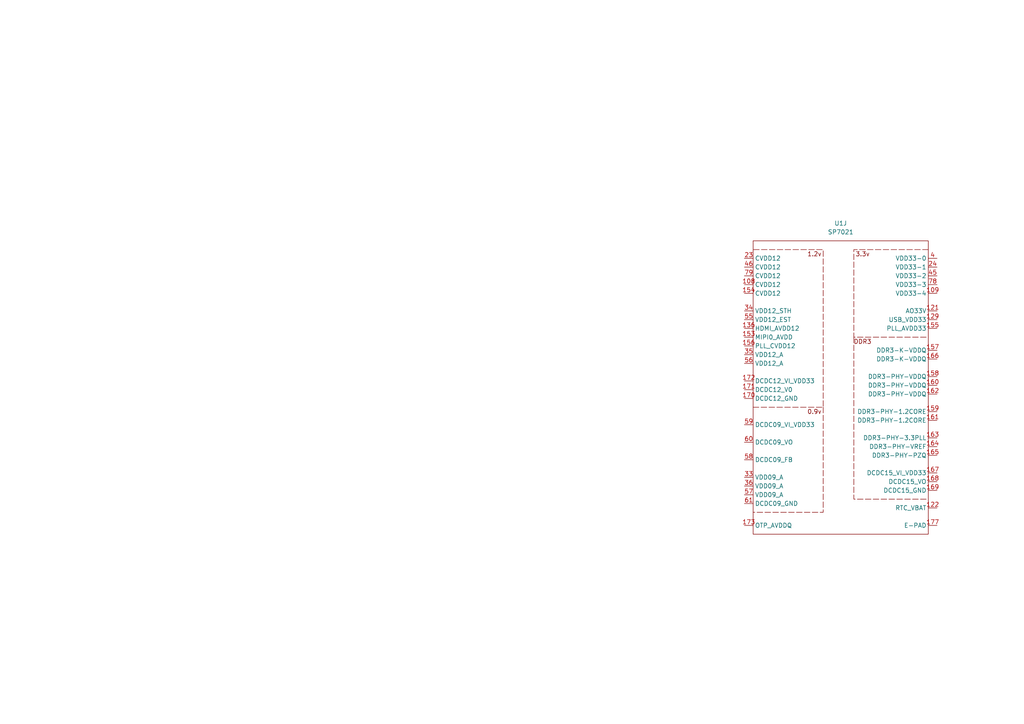
<source format=kicad_sch>
(kicad_sch (version 20231120) (generator "eeschema") (generator_version "8.0")
  (paper "A4")
  (lib_symbols
    (symbol "sp7021:SP7021"
      (property "Reference" "U" (at 0 0 0))
      (property "Value" "SP7021" (at -6.35 12.7 0))
      (symbol "SP7021_1_1"
        (rectangle (start 10.16 11.43) (end -10.16 -11.43))
        (pin input line (at 12.7 1.27 180) (length 2.54) (name "GPIO_P0_03") (number "1"))
        (pin input line (at 12.7 8.89 180) (length 2.54) (name "GPIO_P0_00") (number "174"))
        (pin input line (at 12.7 6.35 180) (length 2.54) (name "GPIO_P0_01") (number "175"))
        (pin input line (at 12.7 3.81 180) (length 2.54) (name "GPIO_P0_02") (number "176"))
        (pin input line (at 12.7 -1.27 180) (length 2.54) (name "GPIO_P0_04") (number "2"))
        (pin input line (at 12.7 -3.81 180) (length 2.54) (name "GPIO_P0_05") (number "3"))
        (pin input line (at 12.7 -6.35 180) (length 2.54) (name "GPIO_P0_06") (number "4"))
        (pin input line (at 12.7 -8.89 180) (length 2.54) (name "GPIO_P0_07") (number "5"))
      )
      (symbol "SP7021_2_1"
        (rectangle (start 10.16 11.43) (end -10.16 -11.43))
        (pin input line (at 12.7 1.27 180) (length 2.54) (name "GPIO_P1_03") (number "10"))
        (pin input line (at 12.7 -1.27 180) (length 2.54) (name "GPIO_P1_04") (number "11"))
        (pin input line (at 12.7 -3.81 180) (length 2.54) (name "GPIO_P1_05") (number "12"))
        (pin input line (at 12.7 -6.35 180) (length 2.54) (name "GPIO_P1_06") (number "13"))
        (pin input line (at 12.7 -8.89 180) (length 2.54) (name "GPIO_P1_07") (number "14"))
        (pin input line (at 12.7 8.89 180) (length 2.54) (name "GPIO_P1_00") (number "7"))
        (pin input line (at 12.7 6.35 180) (length 2.54) (name "GPIO_P1_01") (number "8"))
        (pin input line (at 12.7 3.81 180) (length 2.54) (name "GPIO_P1_02") (number "9"))
      )
      (symbol "SP7021_3_1"
        (rectangle (start 10.16 11.43) (end -10.16 -11.43))
        (pin input line (at 12.7 8.89 180) (length 2.54) (name "GPIO_P2_00") (number "15"))
        (pin input line (at 12.7 6.35 180) (length 2.54) (name "GPIO_P2_01") (number "16"))
        (pin input line (at 12.7 3.81 180) (length 2.54) (name "GPIO_P2_02") (number "17"))
        (pin input line (at 12.7 1.27 180) (length 2.54) (name "GPIO_P2_03") (number "18"))
        (pin input line (at 12.7 -1.27 180) (length 2.54) (name "GPIO_P2_04") (number "19"))
        (pin input line (at 12.7 -3.81 180) (length 2.54) (name "GPIO_P2_05") (number "20"))
        (pin input line (at 12.7 -6.35 180) (length 2.54) (name "GPIO_P2_06") (number "21"))
        (pin input line (at 12.7 -8.89 180) (length 2.54) (name "GPIO_P2_07") (number "22"))
      )
      (symbol "SP7021_4_1"
        (rectangle (start 10.16 11.43) (end -10.16 -11.43))
        (pin input line (at 12.7 8.89 180) (length 2.54) (name "GPIO_P3_00") (number "25"))
        (pin input line (at 12.7 6.35 180) (length 2.54) (name "GPIO_P3_01") (number "26"))
        (pin input line (at 12.7 3.81 180) (length 2.54) (name "GPIO_P3_02") (number "27"))
        (pin input line (at 12.7 1.27 180) (length 2.54) (name "GPIO_P3_03") (number "28"))
        (pin input line (at 12.7 -1.27 180) (length 2.54) (name "GPIO_P3_04") (number "29"))
        (pin input line (at 12.7 -3.81 180) (length 2.54) (name "GPIO_P3_05") (number "30"))
        (pin input line (at 12.7 -6.35 180) (length 2.54) (name "GPIO_P3_06") (number "31"))
        (pin input line (at 12.7 -8.89 180) (length 2.54) (name "GPIO_P3_07") (number "32"))
      )
      (symbol "SP7021_5_1"
        (rectangle (start 10.16 11.43) (end -10.16 -11.43))
        (pin input line (at 12.7 8.89 180) (length 2.54) (name "GPIO_P4_00") (number "37"))
        (pin input line (at 12.7 6.35 180) (length 2.54) (name "GPIO_P4_01") (number "38"))
        (pin input line (at 12.7 3.81 180) (length 2.54) (name "GPIO_P4_02") (number "39"))
        (pin input line (at 12.7 1.27 180) (length 2.54) (name "GPIO_P4_03") (number "40"))
        (pin input line (at 12.7 -1.27 180) (length 2.54) (name "GPIO_P4_04") (number "41"))
        (pin input line (at 12.7 -3.81 180) (length 2.54) (name "GPIO_P4_05") (number "42"))
        (pin input line (at 12.7 -6.35 180) (length 2.54) (name "GPIO_P4_06") (number "43"))
        (pin input line (at 12.7 -8.89 180) (length 2.54) (name "GPIO_P4_07") (number "44"))
      )
      (symbol "SP7021_6_1"
        (rectangle (start 10.16 11.43) (end -10.16 -11.43))
        (pin input line (at 12.7 8.89 180) (length 2.54) (name "GPIO_P5_00") (number "47"))
        (pin input line (at 12.7 6.35 180) (length 2.54) (name "GPIO_P5_01") (number "48"))
        (pin input line (at 12.7 3.81 180) (length 2.54) (name "GPIO_P5_02") (number "49"))
        (pin input line (at 12.7 1.27 180) (length 2.54) (name "GPIO_P5_03") (number "50"))
        (pin input line (at 12.7 -1.27 180) (length 2.54) (name "GPIO_P5_04") (number "51"))
        (pin input line (at 12.7 -3.81 180) (length 2.54) (name "GPIO_P5_05") (number "52"))
        (pin input line (at 12.7 -6.35 180) (length 2.54) (name "GPIO_P5_06") (number "53"))
        (pin input line (at 12.7 -8.89 180) (length 2.54) (name "GPIO_P5_07") (number "54"))
      )
      (symbol "SP7021_7_1"
        (rectangle (start 10.16 11.43) (end -10.16 -11.43))
        (pin input line (at 12.7 8.89 180) (length 2.54) (name "GPIO_P6_00") (number "62"))
        (pin input line (at 12.7 6.35 180) (length 2.54) (name "GPIO_P6_01") (number "63"))
        (pin input line (at 12.7 3.81 180) (length 2.54) (name "GPIO_P6_02") (number "64"))
        (pin input line (at 12.7 1.27 180) (length 2.54) (name "GPIO_P6_03") (number "65"))
        (pin input line (at 12.7 -1.27 180) (length 2.54) (name "GPIO_P6_04") (number "66"))
        (pin input line (at 12.7 -3.81 180) (length 2.54) (name "GPIO_P6_05") (number "67"))
        (pin input line (at 12.7 -6.35 180) (length 2.54) (name "GPIO_P6_06") (number "68"))
        (pin input line (at 12.7 -8.89 180) (length 2.54) (name "GPIO_P6_07") (number "69"))
      )
      (symbol "SP7021_8_1"
        (rectangle (start -10.16 11.43) (end 10.16 -11.43))
        (pin input line (at 12.7 8.89 180) (length 2.54) (name "GPIO_P7_00") (number "70"))
        (pin input line (at 12.7 6.35 180) (length 2.54) (name "GPIO_P7_01") (number "71"))
        (pin input line (at 12.7 3.81 180) (length 2.54) (name "GPIO_P7_02") (number "72"))
        (pin input line (at 12.7 1.27 180) (length 2.54) (name "GPIO_P7_03") (number "73"))
        (pin input line (at 12.7 -1.27 180) (length 2.54) (name "GPIO_P7_04") (number "74"))
        (pin input line (at 12.7 -3.81 180) (length 2.54) (name "GPIO_P7_05") (number "75"))
        (pin input line (at 12.7 -6.35 180) (length 2.54) (name "GPIO_P7_06") (number "76"))
        (pin input line (at 12.7 -8.89 180) (length 2.54) (name "GPIO_P7_07") (number "77"))
      )
      (symbol "SP7021_9_1"
        (rectangle (start 10.16 11.43) (end -10.16 -11.43))
        (pin bidirectional line (at 12.7 8.89 180) (length 2.54) (name "GPIO_P8_00") (number "80"))
        (pin bidirectional line (at 12.7 6.35 180) (length 2.54) (name "GPIO_P8_01") (number "81"))
        (pin bidirectional line (at 12.7 3.81 180) (length 2.54) (name "GPIO_P8_02") (number "82"))
        (pin bidirectional line (at 12.7 1.27 180) (length 2.54) (name "GPIO_P8_03") (number "83"))
        (pin bidirectional line (at 12.7 -1.27 180) (length 2.54) (name "GPIO_P8_04") (number "84"))
        (pin bidirectional line (at 12.7 -3.81 180) (length 2.54) (name "GPIO_P8_05") (number "85"))
        (pin bidirectional line (at 12.7 -6.35 180) (length 2.54) (name "GPIO_P8_06") (number "86"))
        (pin bidirectional line (at 12.7 -8.89 180) (length 2.54) (name "GPIO_P8_07") (number "87"))
      )
      (symbol "SP7021_10_1"
        (rectangle (start -25.4 34.29) (end 25.4 -50.8))
        (polyline (pts (xy -5.08 -13.97) (xy -5.08 -44.45) (xy -25.4 -44.45)) (stroke (width 0) (type dash)))
        (polyline (pts (xy 3.81 6.35) (xy 3.81 -40.64) (xy 25.4 -40.64)) (stroke (width 0) (type dash)))
        (polyline (pts (xy -25.4 -13.97) (xy -5.08 -13.97) (xy -5.08 31.75) (xy -25.4 31.75)) (stroke (width 0) (type dash)))
        (polyline (pts (xy 25.4 31.75) (xy 3.81 31.75) (xy 3.81 6.35) (xy 25.4 6.35)) (stroke (width 0) (type dash)))
        (text "0.9v" (at -7.62 -15.24 0) (effects (font (size 1.27 1.27))))
        (text "1.2v" (at -7.62 30.48 0) (effects (font (size 1.27 1.27))))
        (text "3.3v" (at 6.35 30.48 0) (effects (font (size 1.27 1.27))))
        (text "DDR3" (at 6.35 5.08 0) (effects (font (size 1.27 1.27))))
        (pin input line (at -27.94 21.59 0) (length 2.54) (name "CVDD12") (number "108"))
        (pin input line (at 27.94 19.05 180) (length 2.54) (name "VDD33-4") (number "109"))
        (pin input line (at 27.94 13.97 180) (length 2.54) (name "AO33V") (number "121"))
        (pin input line (at 27.94 -43.18 180) (length 2.54) (name "RTC_VBAT") (number "122"))
        (pin input line (at 27.94 11.43 180) (length 2.54) (name "USB_VDD33") (number "129"))
        (pin input line (at -27.94 8.89 0) (length 2.54) (name "HDMI_AVDD12") (number "136"))
        (pin input line (at -27.94 6.35 0) (length 2.54) (name "MIPI0_AVDD") (number "153"))
        (pin input line (at -27.94 19.05 0) (length 2.54) (name "CVDD12") (number "154"))
        (pin input line (at 27.94 8.89 180) (length 2.54) (name "PLL_AVDD33") (number "155"))
        (pin input line (at -27.94 3.81 0) (length 2.54) (name "PLL_CVDD12") (number "156"))
        (pin input line (at 27.94 2.54 180) (length 2.54) (name "DDR3-K-VDDQ") (number "157"))
        (pin input line (at 27.94 -5.08 180) (length 2.54) (name "DDR3-PHY-VDDQ") (number "158"))
        (pin input line (at 27.94 -15.24 180) (length 2.54) (name "DDR3-PHY-1.2CORE") (number "159"))
        (pin input line (at 27.94 -7.62 180) (length 2.54) (name "DDR3-PHY-VDDQ") (number "160"))
        (pin input line (at 27.94 -17.78 180) (length 2.54) (name "DDR3-PHY-1.2CORE") (number "161"))
        (pin input line (at 27.94 -10.16 180) (length 2.54) (name "DDR3-PHY-VDDQ") (number "162"))
        (pin input line (at 27.94 -22.86 180) (length 2.54) (name "DDR3-PHY-3.3PLL") (number "163"))
        (pin input line (at 27.94 -25.4 180) (length 2.54) (name "DDR3-PHY-VREF") (number "164"))
        (pin input line (at 27.94 -27.94 180) (length 2.54) (name "DDR3-PHY-PZQ") (number "165"))
        (pin input line (at 27.94 0 180) (length 2.54) (name "DDR3-K-VDDQ") (number "166"))
        (pin input line (at 27.94 -33.02 180) (length 2.54) (name "DCDC15_VI_VDD33") (number "167"))
        (pin input line (at 27.94 -35.56 180) (length 2.54) (name "DCDC15_VO") (number "168"))
        (pin input line (at 27.94 -38.1 180) (length 2.54) (name "DCDC15_GND") (number "169"))
        (pin input line (at -27.94 -11.43 0) (length 2.54) (name "DCDC12_GND") (number "170"))
        (pin input line (at -27.94 -8.89 0) (length 2.54) (name "DCDC12_V0") (number "171"))
        (pin input line (at -27.94 -6.35 0) (length 2.54) (name "DCDC12_VI_VDD33") (number "172"))
        (pin input line (at -27.94 -48.26 0) (length 2.54) (name "OTP_AVDDQ") (number "173"))
        (pin input line (at 27.94 -48.26 180) (length 2.54) (name "E-PAD") (number "177"))
        (pin input line (at -27.94 29.21 0) (length 2.54) (name "CVDD12") (number "23"))
        (pin input line (at 27.94 26.67 180) (length 2.54) (name "VDD33-1") (number "24"))
        (pin input line (at -27.94 -34.29 0) (length 2.54) (name "VDD09_A") (number "33"))
        (pin input line (at -27.94 13.97 0) (length 2.54) (name "VDD12_STH") (number "34"))
        (pin input line (at -27.94 1.27 0) (length 2.54) (name "VDD12_A") (number "35"))
        (pin input line (at -27.94 -36.83 0) (length 2.54) (name "VDD09_A") (number "36"))
        (pin input line (at 27.94 29.21 180) (length 2.54) (name "VDD33-0") (number "4"))
        (pin input line (at 27.94 24.13 180) (length 2.54) (name "VDD33-2") (number "45"))
        (pin input line (at -27.94 26.67 0) (length 2.54) (name "CVDD12") (number "46"))
        (pin input line (at -27.94 11.43 0) (length 2.54) (name "VDD12_EST") (number "55"))
        (pin input line (at -27.94 -1.27 0) (length 2.54) (name "VDD12_A") (number "56"))
        (pin input line (at -27.94 -39.37 0) (length 2.54) (name "VDD09_A") (number "57"))
        (pin input line (at -27.94 -29.21 0) (length 2.54) (name "DCDC09_FB") (number "58"))
        (pin input line (at -27.94 -19.05 0) (length 2.54) (name "DCDC09_VI_VDD33") (number "59"))
        (pin input line (at -27.94 -24.13 0) (length 2.54) (name "DCDC09_VO") (number "60"))
        (pin input line (at -27.94 -41.91 0) (length 2.54) (name "DCDC09_GND") (number "61"))
        (pin input line (at 27.94 21.59 180) (length 2.54) (name "VDD33-3") (number "78"))
        (pin input line (at -27.94 24.13 0) (length 2.54) (name "CVDD12") (number "79"))
      )
      (symbol "SP7021_11_1"
        (rectangle (start -17.78 27.94) (end 17.78 -27.94))
        (pin output line (at 20.32 2.54 180) (length 2.54) (name "USB0_VBUS_EN") (number "100"))
        (pin output line (at 20.32 15.24 180) (length 2.54) (name "USB1_VBUS_EN") (number "101"))
        (pin output line (at 20.32 12.7 180) (length 2.54) (name "USB0_VBUS") (number "125"))
        (pin bidirectional line (at 20.32 5.08 180) (length 2.54) (name "USB0_ID") (number "126"))
        (pin bidirectional line (at 20.32 10.16 180) (length 2.54) (name "USB0_DM") (number "127"))
        (pin bidirectional line (at 20.32 7.62 180) (length 2.54) (name "USB0_DP") (number "128"))
        (pin bidirectional line (at 20.32 20.32 180) (length 2.54) (name "USB1_DP") (number "130"))
        (pin bidirectional line (at 20.32 22.86 180) (length 2.54) (name "USB1_DM") (number "131"))
        (pin bidirectional line (at 20.32 17.78 180) (length 2.54) (name "USB1_ID") (number "132"))
        (pin output line (at 20.32 25.4 180) (length 2.54) (name "USB1_VBUS") (number "133"))
        (pin input line (at -20.32 25.4 0) (length 2.54) (name "HDMITX_CN") (number "134"))
        (pin input line (at -20.32 22.86 0) (length 2.54) (name "HDMITX_CP") (number "135"))
        (pin input line (at -20.32 20.32 0) (length 2.54) (name "HDMITX_DN0") (number "137"))
        (pin input line (at -20.32 17.78 0) (length 2.54) (name "HDMITX_DP0") (number "138"))
        (pin input line (at -20.32 15.24 0) (length 2.54) (name "HDMITX_DN1") (number "139"))
        (pin input line (at -20.32 12.7 0) (length 2.54) (name "HDMITX_DP1") (number "140"))
        (pin input line (at -20.32 10.16 0) (length 2.54) (name "HDMITX_DN2") (number "141"))
        (pin input line (at -20.32 7.62 0) (length 2.54) (name "HDMITX_DP2") (number "142"))
        (pin input line (at -20.32 -2.54 0) (length 2.54) (name "MIPI0_D3N") (number "143"))
        (pin input line (at -20.32 -5.08 0) (length 2.54) (name "MIPI0_D3P") (number "144"))
        (pin input line (at -20.32 -7.62 0) (length 2.54) (name "MIPI0_D1N") (number "145"))
        (pin input line (at -20.32 -10.16 0) (length 2.54) (name "MIPI0_D1P") (number "146"))
        (pin input line (at -20.32 -12.7 0) (length 2.54) (name "MIPI0_SN") (number "147"))
        (pin input line (at -20.32 -15.24 0) (length 2.54) (name "MIPI0_SP") (number "148"))
        (pin input line (at -20.32 -17.78 0) (length 2.54) (name "MIPI0_D0N") (number "149"))
        (pin input line (at -20.32 -20.32 0) (length 2.54) (name "MIPI0_D0P") (number "150"))
        (pin input line (at -20.32 -22.86 0) (length 2.54) (name "MIPI0_D2N") (number "151"))
        (pin input line (at -20.32 -25.4 0) (length 2.54) (name "MIPI0_D2P") (number "152"))
        (pin bidirectional line (at 20.32 -2.54 180) (length 2.54) (name "EMMC_CMD") (number "88"))
        (pin bidirectional line (at 20.32 -20.32 180) (length 2.54) (name "EMMC_D5") (number "89"))
        (pin bidirectional line (at 20.32 -15.24 180) (length 2.54) (name "EMMC_D3") (number "90"))
        (pin bidirectional line (at 20.32 -17.78 180) (length 2.54) (name "EMMC_D4") (number "91"))
        (pin bidirectional line (at 20.32 -7.62 180) (length 2.54) (name "EMMC_D0") (number "92"))
        (pin bidirectional line (at 20.32 -10.16 180) (length 2.54) (name "EMMC_D1") (number "93"))
        (pin bidirectional line (at 20.32 -5.08 180) (length 2.54) (name "EMMC_CLK") (number "94"))
        (pin bidirectional line (at 20.32 -12.7 180) (length 2.54) (name "EMMC_D2") (number "95"))
        (pin bidirectional line (at 20.32 -25.4 180) (length 2.54) (name "EMMC_D7") (number "96"))
        (pin bidirectional line (at 20.32 -22.86 180) (length 2.54) (name "EMMC_D6") (number "97"))
      )
      (symbol "SP7021_12_1"
        (rectangle (start -19.05 16.51) (end 19.05 -16.51))
        (pin input line (at -21.59 6.35 0) (length 2.54) (name "SWD_CLK_CA7") (number "102"))
        (pin input line (at -21.59 3.81 0) (length 2.54) (name "SWD_DATA_CA7") (number "102"))
        (pin input line (at -21.59 -1.27 0) (length 2.54) (name "JTAG_TDO_A926_8051") (number "104"))
        (pin input line (at -21.59 -3.81 0) (length 2.54) (name "JTAG_RTCK_A926_8051") (number "105"))
        (pin input line (at -21.59 -6.35 0) (length 2.54) (name "JTAG_TCLK_A926_8051") (number "106"))
        (pin input line (at -21.59 -8.89 0) (length 2.54) (name "JTAG_TMS_A926_8051") (number "107"))
        (pin input line (at 21.59 13.97 180) (length 2.54) (name "XTAL_IN") (number "110"))
        (pin input line (at 21.59 11.43 180) (length 2.54) (name "XTAL_OUT") (number "111"))
        (pin input line (at -21.59 -11.43 0) (length 2.54) (name "JTAG_TDI_A926_8051") (number "112"))
        (pin input line (at -21.59 -13.97 0) (length 2.54) (name "JTAG_TRST_A926_8051") (number "113"))
        (pin input line (at 21.59 -3.81 180) (length 2.54) (name "IV_MX0") (number "114"))
        (pin input line (at 21.59 -6.35 180) (length 2.54) (name "WakeUp/IV_MX1") (number "115"))
        (pin input line (at 21.59 -8.89 180) (length 2.54) (name "IV_MX3") (number "116"))
        (pin input line (at 21.59 -11.43 180) (length 2.54) (name "IV_MX4") (number "117"))
        (pin input line (at 21.59 -13.97 180) (length 2.54) (name "IV_MX5") (number "118"))
        (pin input line (at 21.59 -1.27 180) (length 2.54) (name "RESET") (number "119"))
        (pin input line (at 21.59 1.27 180) (length 2.54) (name "PWR_EN") (number "120"))
        (pin input line (at 21.59 8.89 180) (length 2.54) (name "XTAL32K_IN") (number "123"))
        (pin input line (at 21.59 6.35 180) (length 2.54) (name "XTAL32K_OUT") (number "124"))
        (pin input line (at -21.59 13.97 0) (length 2.54) (name "UA0_TX") (number "98"))
        (pin input line (at -21.59 11.43 0) (length 2.54) (name "UA0_RX") (number "99"))
      )
    )
  )
  (symbol (lib_name "sp7021:SP7021") (lib_id "sp7021:SP7021") (at 243.84 104.14 0) (unit 10)
    (property "Reference" "U1" (at 243.84 64.77 0))
    (property "Value" "SP7021" (at 243.84 67.31 0))
  )
)
</source>
